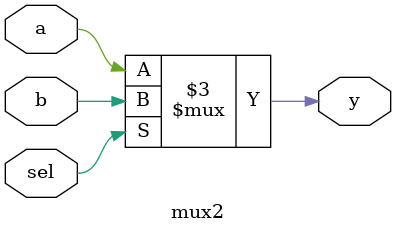
<source format=sv>
module mux2 (
    input  logic a,
    input  logic b,
    input  logic sel,
    output logic y
);

    // Combinational logic
    always_comb begin
        if (sel)
            y = b;
        else
            y = a;
    end

endmodule

</source>
